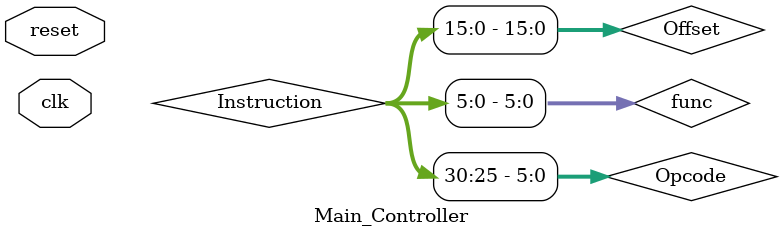
<source format=v>


`include "Branch.v"
`include "ALU.v"
`include "Fetch.v"
`include "Decode.v"
`include "Store_Load.v"

module Main_Controller(
  input clk, reset
);
    reg [31:0] Register_Data [31:0]; // this my register memory to store the value of registers
  wire [31:0] Instruction; //32 bits instruction after performing fetching
  reg [9:0] PC;     //10 bits program counter (0 to 1023) 
  wire [9:0] Next_PC;       //will store our next instruction program counter 
  wire [9:0] ra;

    Instruction_Fetch I1(
    .clk(clk), 
    .reset(reset), 
    .PC(PC), 
    .Instruction(Instruction)
  );

  wire [3:0] Opcode_ALU;        // opcode for ALU operation
  wire [3:0] Opcode_Branch;     //opcode for Branching operations
  wire Opcode_Data;     //opcode for data (lw, sw)

  wire [31:0] Result, Dataout;
  wire [2:0] Mode_Type;


wire [5:0] Opcode;
wire [5:0] func;



assign Opcode= Instruction[31:25];
assign func= Instruction[5:0];

  Decode I2(
    .Instruction(Instruction), 
    .Opcode_ALU(Opcode_ALU), 
    .Opcode_Branch(Opcode_Branch), 
    .Opcode_Data(Opcode_Data),
    .Mode(Mode_Type)
  );
// always@(*)begin
//   $display("%d ---- %d ---- %d ----",Opcode_ALU, Opcode_Branch, Opcode_Data);
// end
wire [31:0] Data1, Data2;
assign Data1= Register_Data[Instruction[25:21]];
assign Data2= Register_Data[Instruction[20:16]];


//Now lets check what opcode value we get from fetch and according to that we will either ALU, branch, Stor_Load 
// if opcode 0--alu

// if(Opcode==32 || Opcode==34 || Opcode==33 || Opcode==35 || Opcode==36 || Opcode==37 || Opcode==0 || Opcode==2 || Opcode==42 || Opcode==8 || Opcode==9 || Opcode==12 || Opcode==13 ||Opcode==10)begin
//   ALU I3(
//     .Data1(Register[Instruction[25:21]]), 
//     .Data2(Register[Instruction[20:16]]), 
//     .Immediate_Branch(Instruction[15:0]),
//     .Opcode_ALU(Opcode_ALU), 
//     .Result(Result)
//   );
// end
// else if(Opcode==2 || Opcode==8 || Opcode==3 || Opcode==4 || Opcode==5 || Opcode==7 || Opcode==24 || Opcode==25 || Opcode==21)begin
//   Branching I4(
//     .Data1(Register[Instruction[25:21]]),
//     .Data2(Register[Instruction[20:16]]),
//     .Instruction(Instruction), 
//     .PC(PC), 
//     .Opcode_Branch(Opcode_Branch), 
//     .Next_PC(Next_PC), 
//     .ra(ra)
//   );
// end
// else if(Opcode==2 || Opcode==2)


  ALU I3(
    .Data1(Data1), 
    .Data2(Data2), 
    .Instruction(Instruction),
    .Opcode_ALU(Opcode_ALU), 
    .Result(Result)
  );

  Branching I4(
    .Data1(Data1),
    .Data2(Data2),
    .Instruction(Instruction), 
    .PC(PC), 
    .Opcode_Branch(Opcode_Branch), 
    .Next_PC(Next_PC), 
    .ra(ra)
  );
  wire [15:0] Offset;
  assign Offset= Instruction[15:0];

  Store_Load I5( 
    .reset(reset), 
    .PC(PC),
    .Data_Value(Data2), 
    .Address(Data1),
    .Instruction(Instruction),
    .Opcode_Data(Opcode_Data),
    .Dataout(Dataout)
  );

  initial begin
    Register_Data[0]=32'd0;
    PC=9'd0;
  end


  always @(negedge clk) begin
    if(Mode_Type==3'b000)begin
      PC = Next_PC + 1;                       // this is for Jr
    end

    else if(Mode_Type==3'b001)begin
      PC = PC + 1;
      Register_Data[Instruction[15:11]] = Result;    // this is for  R-type
    end

    else if(Mode_Type==3'b010)begin
      PC = PC + 1;                              // this is for I-type
      Register_Data[Instruction[20:16]] = Result;
    end

    else if(Mode_Type==3'b011)begin
      PC = PC + 1;                               // this is for sw (store)
    end

    else if(Mode_Type==3'b100)begin
      PC = PC + 1;
      Register_Data[Instruction[20:16]] = Dataout;         // this is for lw (load)
    end
    // $display("Below are values of register and PC");
    $display("Register_Data[%d] value is: %d -- Register_Data[%d] value is: %d -- Register_Data[%d] value is: %d -- Current_PC value is: %d", Instruction[25:21], Register_Data[Instruction[25:21]], Instruction[20:16], Register_Data[Instruction[20:16]], Instruction[15:11], Register_Data[Instruction[15:11]],PC);
    // $display("Datamemory %d",Data_Memory[3]);
  end
endmodule
</source>
